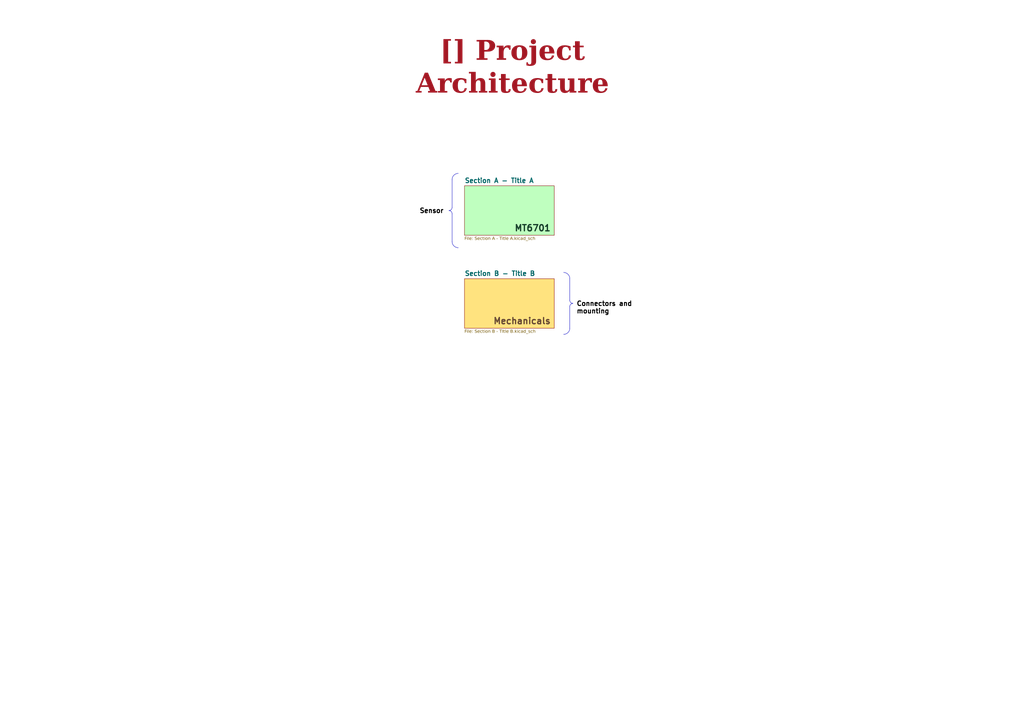
<source format=kicad_sch>
(kicad_sch
	(version 20250114)
	(generator "eeschema")
	(generator_version "9.0")
	(uuid "07236397-3ba4-47af-9809-3faac3a2aa49")
	(paper "A3")
	(title_block
		(title "Project Architecture")
		(date "2025-01-12")
		(rev "${REVISION}")
		(company "${COMPANY}")
	)
	(lib_symbols)
	(arc
		(start 185.42 85.09)
		(mid 185.0451 85.9851)
		(end 184.15 86.36)
		(stroke
			(width 0)
			(type default)
		)
		(fill
			(type none)
		)
		(uuid 13e3bc56-4a98-40ef-8c39-3b21620a792f)
	)
	(arc
		(start 234.97 124.44)
		(mid 234.0749 124.0651)
		(end 233.7 123.17)
		(stroke
			(width 0)
			(type default)
		)
		(fill
			(type none)
		)
		(uuid 19c30b2f-1391-4be0-8a5f-17a3226c0876)
	)
	(arc
		(start 233.7 125.71)
		(mid 234.0749 124.8149)
		(end 234.97 124.44)
		(stroke
			(width 0)
			(type default)
		)
		(fill
			(type none)
		)
		(uuid 5b059745-d833-4f9d-9745-ec7a90904541)
	)
	(arc
		(start 233.7 134.6)
		(mid 232.9561 136.3961)
		(end 231.16 137.14)
		(stroke
			(width 0)
			(type default)
		)
		(fill
			(type none)
		)
		(uuid 62bb3cd5-23b6-4c8e-a8f2-a293aca5d83b)
	)
	(arc
		(start 184.15 86.36)
		(mid 185.0451 86.7349)
		(end 185.42 87.63)
		(stroke
			(width 0)
			(type default)
		)
		(fill
			(type none)
		)
		(uuid 787eda22-1bf9-4d1b-96b2-11995bb2af0f)
	)
	(arc
		(start 187.96 101.6)
		(mid 186.1698 100.8502)
		(end 185.42 99.06)
		(stroke
			(width 0)
			(type default)
		)
		(fill
			(type none)
		)
		(uuid 7c454724-851d-42c5-8823-df570c1fc5eb)
	)
	(arc
		(start 231.16 111.74)
		(mid 232.9502 112.4898)
		(end 233.7 114.28)
		(stroke
			(width 0)
			(type default)
		)
		(fill
			(type none)
		)
		(uuid 94ad6bc3-4505-4c4a-89fc-83d0c51dd562)
	)
	(arc
		(start 185.42 73.66)
		(mid 186.1639 71.8639)
		(end 187.96 71.12)
		(stroke
			(width 0)
			(type default)
		)
		(fill
			(type none)
		)
		(uuid fda911f3-adb3-4abb-981f-a877a93c831b)
	)
	(text "Mechanicals"
		(exclude_from_sim no)
		(at 226.06 133.35 0)
		(effects
			(font
				(size 2.54 2.54)
				(bold yes)
				(color 100 70 50 1)
			)
			(justify right bottom)
			(href "#5")
		)
		(uuid "b60ecde0-2a85-4071-a728-47148cd80779")
	)
	(text "MT6701"
		(exclude_from_sim no)
		(at 226.06 95.25 0)
		(effects
			(font
				(size 2.54 2.54)
				(bold yes)
				(color 20 60 40 1)
			)
			(justify right bottom)
			(href "#4")
		)
		(uuid "f04f874a-d252-4474-87f2-c34bbb094a4c")
	)
	(text_box "Sensor"
		(exclude_from_sim no)
		(at 166.37 83.82 0)
		(size 17.145 5.08)
		(margins 1.4287 1.4287 1.4287 1.4287)
		(stroke
			(width -0.0001)
			(type solid)
		)
		(fill
			(type none)
		)
		(effects
			(font
				(size 1.905 1.905)
				(thickness 0.381)
				(bold yes)
				(color 0 0 0 1)
			)
			(justify right top)
		)
		(uuid "971f0c48-6726-412d-badf-cee82cbffedd")
	)
	(text_box "Connectors and mounting"
		(exclude_from_sim no)
		(at 234.95 121.92 0)
		(size 26.015 5.1)
		(margins 1.4287 1.4287 1.4287 1.4287)
		(stroke
			(width -0.0001)
			(type solid)
		)
		(fill
			(type none)
		)
		(effects
			(font
				(size 1.905 1.905)
				(thickness 0.381)
				(bold yes)
				(color 0 0 0 1)
			)
			(justify left top)
		)
		(uuid "97bb5e92-ab26-4907-9b80-08d49465fc86")
	)
	(text_box "[${#}] ${TITLE}"
		(exclude_from_sim no)
		(at 144.78 21.59 0)
		(size 130.81 12.7)
		(margins 5.9999 5.9999 5.9999 5.9999)
		(stroke
			(width -0.0001)
			(type default)
		)
		(fill
			(type none)
		)
		(effects
			(font
				(face "Times New Roman")
				(size 8 8)
				(thickness 1.2)
				(bold yes)
				(color 162 22 34 1)
			)
		)
		(uuid "f4789478-c68e-4cee-9edd-5d11b744f94d")
	)
	(polyline
		(pts
			(xy 185.42 87.63) (xy 185.42 99.06)
		)
		(stroke
			(width 0)
			(type default)
		)
		(uuid "8b678fb1-fee7-4461-95f7-7f383f478fdc")
	)
	(polyline
		(pts
			(xy 233.68 125.73) (xy 233.68 134.62)
		)
		(stroke
			(width 0)
			(type default)
		)
		(uuid "8c7de816-3d34-497f-b0c8-22f80559d2d8")
	)
	(polyline
		(pts
			(xy 185.42 85.09) (xy 185.42 73.66)
		)
		(stroke
			(width 0)
			(type default)
		)
		(uuid "903e49b2-1b5d-4317-a33b-adfda1594a88")
	)
	(polyline
		(pts
			(xy 233.68 114.3) (xy 233.68 123.19)
		)
		(stroke
			(width 0)
			(type default)
		)
		(uuid "9543d363-0f36-4c41-97bc-b97723f48818")
	)
	(sheet
		(at 190.5 114.3)
		(size 36.83 20.32)
		(exclude_from_sim no)
		(in_bom yes)
		(on_board yes)
		(dnp no)
		(fields_autoplaced yes)
		(stroke
			(width 0.1524)
			(type solid)
		)
		(fill
			(color 255 200 0 0.5020)
		)
		(uuid "e744f3ce-03a6-44a6-8792-1447ef232b9a")
		(property "Sheetname" "Section B - Title B"
			(at 190.5 113.2709 0)
			(effects
				(font
					(size 1.905 1.905)
					(bold yes)
				)
				(justify left bottom)
			)
		)
		(property "Sheetfile" "Section B - TItle B.kicad_sch"
			(at 190.5 135.2046 0)
			(effects
				(font
					(face "Arial")
					(size 1.27 1.27)
				)
				(justify left top)
			)
		)
		(instances
			(project "kibot-test-cicd"
				(path "/f9e05184-c88b-4a88-ae9c-ab2bdb32be7c/c5103ceb-5325-4a84-a025-9638a412984e"
					(page "5")
				)
			)
		)
	)
	(sheet
		(at 190.5 76.2)
		(size 36.83 20.32)
		(exclude_from_sim no)
		(in_bom yes)
		(on_board yes)
		(dnp no)
		(fields_autoplaced yes)
		(stroke
			(width 0.1524)
			(type solid)
		)
		(fill
			(color 128 255 128 0.5000)
		)
		(uuid "f06537ee-772d-44d3-8c50-e0ba41038c9c")
		(property "Sheetname" "Section A - Title A"
			(at 190.5 75.1709 0)
			(effects
				(font
					(size 1.905 1.905)
					(bold yes)
				)
				(justify left bottom)
			)
		)
		(property "Sheetfile" "Section A - Title A.kicad_sch"
			(at 190.5 97.1046 0)
			(effects
				(font
					(face "Arial")
					(size 1.27 1.27)
				)
				(justify left top)
			)
		)
		(instances
			(project "kibot-test-cicd"
				(path "/f9e05184-c88b-4a88-ae9c-ab2bdb32be7c/c5103ceb-5325-4a84-a025-9638a412984e"
					(page "4")
				)
			)
		)
	)
)

</source>
